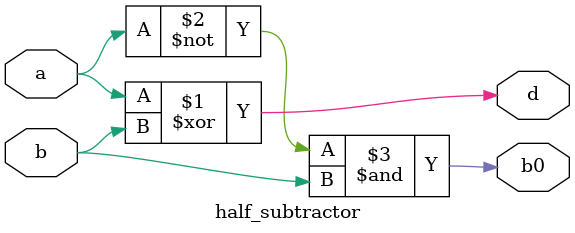
<source format=v>
module half_subtractor(d,b0,a,b);
input a,b;
output d,b0;
  assign d=a^b;
  assign b0=(~a)&b;
endmodule

</source>
